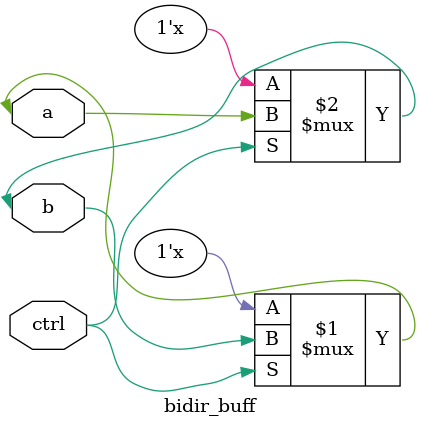
<source format=v>
module bidir_buff(a,b,ctrl);
  
   inout a,b;
   input ctrl;
  
  bufif1 b1(a,b,ctrl);
  bufif1 b2(b,a,ctrl);
  
  
endmodule
</source>
